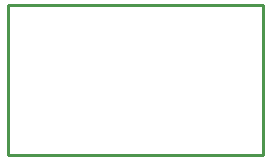
<source format=gbr>
G04 EAGLE Gerber RS-274X export*
G75*
%MOMM*%
%FSLAX34Y34*%
%LPD*%
%IN*%
%IPPOS*%
%AMOC8*
5,1,8,0,0,1.08239X$1,22.5*%
G01*
%ADD10C,0.254000*%


D10*
X0Y0D02*
X215900Y0D01*
X215900Y127000D01*
X0Y127000D01*
X0Y0D01*
M02*

</source>
